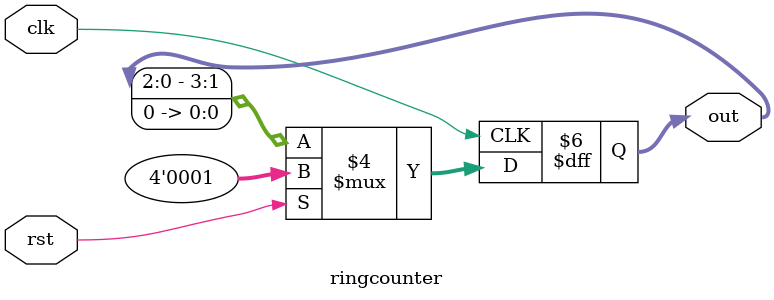
<source format=v>
/*
* active high reset, posedge clk
* 0 0 0 1
* 0 0 1 0
* 0 1 0 0
* 1 0 0 0
*/
module ringcounter(clk, rst, out);
input clk, rst;
output reg [3:0] out;
integer i;
always @ (posedge clk) begin
    if (rst) 
        out <= 4'b0001;
    else
        out <= out<<1;
end
endmodule

</source>
